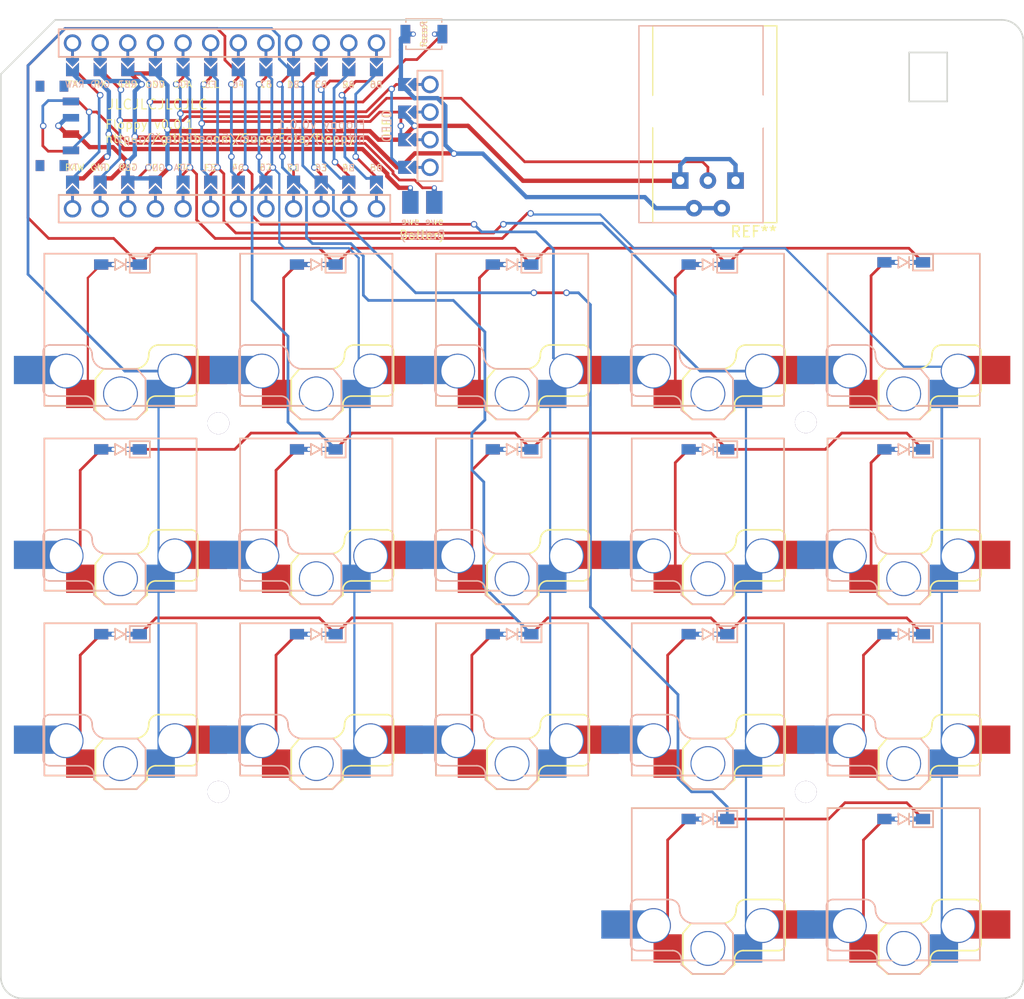
<source format=kicad_pcb>
(kicad_pcb (version 20221018) (generator pcbnew)
  (title_block (title "Floppy") (date "2024-10-25") (rev "0.0.1") (company "SuperFola") (comment 1 "https://github.com/SuperFola/floppy"))
  (layers (0 "F.Cu" signal) (31 "B.Cu" signal) (34 "B.Paste" user) (35 "F.Paste" user) (36 "B.SilkS" user "B.Silkscreen") (37 "F.SilkS" user "F.Silkscreen") (38 "B.Mask" user) (39 "F.Mask" user) (44 "Edge.Cuts" user))
  (net 0 "")
  (net 1 "raw")
  (net 2 "Net-(BT1-Pad2)")
  (net 3 "row0")
  (net 4 "GND")
  (net 5 "VCC")
  (net 6 "Net-(D2-A)")
  (net 7 "Net-(D3-A)")
  (net 8 "Net-(D4-A)")
  (net 9 "Net-(D5-A)")
  (net 10 "row1")
  (net 11 "Net-(D7-A)")
  (net 12 "data")
  (net 13 "reset")
  (net 14 "Net-(D8-A)")
  (net 15 "Net-(D9-A)")
  (net 16 "Net-(D10-A)")
  (net 17 "row2")
  (net 18 "Net-(D12-A)")
  (net 19 "Net-(D13-A)")
  (net 20 "Net-(D14-A)")
  (net 21 "Net-(D15-A)")
  (net 22 "Net-(D16-A)")
  (net 23 "row3")
  (net 24 "Net-(D17-A)")
  (net 25 "col2")
  (net 26 "edb")
  (net 27 "led")
  (net 28 "sda")
  (net 29 "sla")
  (net 30 "col0")
  (net 31 "col1")
  (net 32 "col3")
  (net 33 "col4")
  (net 34 "unconnected-(PSW1-C-Pad3)")
  (net 35 "unconnected-(U1-B6-Pad13)")
  (net 36 "unconnected-(U1-B2-Pad14)")
  (net 37 "unconnected-(U1-B3-Pad15)")
  (net 38 "Net-(D11-A)")
  (net 39 "Net-(D6-A)")
  (net 40 "Net-(D1-A)")
  (net 41 "row4")
  (footprint "arkenswoop:Kailh-pg1350-socket-reversible" (layer "F.Cu") (at 115.5 86.7)
    (fp_text reference "SW1" hide)
    (fp_text value "Choc" hide)
  )
  (footprint "floppy:D3_SMD" (layer "F.Cu") (at 133.5 80.7 180)
    (fp_text reference "D13" hide)
    (fp_text value " 1N4148W" hide)
  )
  (footprint "arkenswoop:Kailh-pg1350-socket-reversible" (layer "F.Cu") (at 187.5 103.7)
    (fp_text reference "SW1" hide)
    (fp_text value "Choc" hide)
  )
  (footprint "floppy:D3_SMD" (layer "F.Cu") (at 115.5 63.7 180)
    (fp_text reference "D13" hide)
    (fp_text value " 1N4148W" hide)
  )
  (footprint "floppy:M2_2mm_hole" (layer "F.Cu") (at 178.5 78.2)
    (fp_text reference "REF**" hide)
    (fp_text value "M2_2mm_hole" hide)
  )
  (footprint "arkenswoop:Kailh-pg1350-socket-reversible" (layer "F.Cu") (at 187.5 120.7)
    (fp_text reference "SW1" hide)
    (fp_text value "Choc" hide)
  )
  (footprint "floppy:D3_SMD" (layer "F.Cu") (at 169.5 97.7 180)
    (fp_text reference "D13" hide)
    (fp_text value " 1N4148W" hide)
  )
  (footprint "floppy:D3_SMD" (layer "F.Cu") (at 133.5 97.7 180)
    (fp_text reference "D13" hide)
    (fp_text value " 1N4148W" hide)
  )
  (footprint "arkenswoop:Power" (layer "F.Cu") (at 109.198177 50.951493 -90)
    (fp_text reference "PSW1" hide)
    (fp_text value "Power")
  )
  (footprint "floppy:D3_SMD" (layer "F.Cu") (at 133.5 63.7 180)
    (fp_text reference "D13" hide)
    (fp_text value " 1N4148W" hide)
  )
  (footprint "arkenswoop:Battery_pads_reversible" (layer "F.Cu") (at 143.249364 57.98432)
    (fp_text reference "BT1" hide)
    (fp_text value "Battery")
  )
  (footprint "floppy:D3_SMD" (layer "F.Cu") (at 151.5 97.7 180)
    (fp_text reference "D13" hide)
    (fp_text value " 1N4148W" hide)
  )
  (footprint "floppy:D3_SMD" (layer "F.Cu") (at 169.5 80.7 180)
    (fp_text reference "D13" hide)
    (fp_text value " 1N4148W" hide)
  )
  (footprint "arkenswoop:Kailh-pg1350-socket-reversible" (layer "F.Cu") (at 151.5 86.7)
    (fp_text reference "SW1" hide)
    (fp_text value "Choc" hide)
  )
  (footprint "floppy:M2_2mm_hole" (layer "F.Cu") (at 178.5 112.2)
    (fp_text reference "REF**" hide)
    (fp_text value "M2_2mm_hole" hide)
  )
  (footprint "arkenswoop:Kailh-pg1350-socket-reversible" (layer "F.Cu") (at 115.5 103.7)
    (fp_text reference "SW1" hide)
    (fp_text value "Choc" hide)
  )
  (footprint "arkenswoop:Kailh-pg1350-socket-reversible" (layer "F.Cu") (at 151.5 103.7)
    (fp_text reference "SW1" hide)
    (fp_text value "Choc" hide)
  )
  (footprint "floppy:M2_2mm_hole" (layer "F.Cu") (at 124.5 78.3)
    (fp_text reference "REF**" hide)
    (fp_text value "M2_2mm_hole" hide)
  )
  (footprint "arkenswoop:Kailh-pg1350-socket-reversible" (layer "F.Cu") (at 169.5 103.7)
    (fp_text reference "SW1" hide)
    (fp_text value "Choc" hide)
  )
  (footprint "floppy:M2_2mm_hole" (layer "F.Cu") (at 124.5 112.2)
    (fp_text reference "REF**" hide)
    (fp_text value "M2_2mm_hole" hide)
  )
  (footprint "arkenswoop:Kailh-pg1350-socket-reversible" (layer "F.Cu") (at 115.5 69.7)
    (fp_text reference "SW1" hide)
    (fp_text value "Choc" hide)
  )
  (footprint "arkenswoop:Kailh-pg1350-socket-reversible" (layer "F.Cu") (at 133.5 86.7)
    (fp_text reference "SW1" hide)
    (fp_text value "Choc" hide)
  )
  (footprint "floppy:D3_SMD" (layer "F.Cu") (at 115.5 80.7 180)
    (fp_text reference "D13" hide)
    (fp_text value " 1N4148W" hide)
  )
  (footprint "floppy:4P4C_narrow" (layer "F.Cu") (at 172.04 55.98 180)
    (fp_text reference "REF**")
    (fp_text value "4P4C_narrow")
  )
  (footprint "arkenswoop:OLED_jumpers" (layer "F.Cu") (at 143.950869 54.761313 90)
    (fp_text reference "O1" hide)
    (fp_text value "OLED")
  )
  (footprint "floppy:D3_SMD" (layer "F.Cu") (at 187.5 63.5 180)
    (fp_text reference "D13" hide)
    (fp_text value " 1N4148W" hide)
  )
  (footprint "arkenswoop:Kailh-pg1350-socket-reversible" (layer "F.Cu") (at 187.5 86.7)
    (fp_text reference "SW1" hide)
    (fp_text value "Choc" hide)
  )
  (footprint "floppy:D3_SMD" (layer "F.Cu") (at 169.5 63.7 180)
    (fp_text reference "D13" hide)
    (fp_text value " 1N4148W" hide)
  )
  (footprint "floppy:D3_SMD" (layer "F.Cu") (at 115.5 97.7 180)
    (fp_text reference "D13" hide)
    (fp_text value " 1N4148W" hide)
  )
  (footprint "arkenswoop:Kailh-pg1350-socket-reversible" (layer "F.Cu") (at 133.5 103.7)
    (fp_text reference "SW1" hide)
    (fp_text value "Choc" hide)
  )
  (footprint "floppy:D3_SMD" (layer "F.Cu") (at 187.5 114.7 180)
    (fp_text reference "D13" hide)
    (fp_text value " 1N4148W" hide)
  )
  (footprint "floppy:D3_SMD" (layer "F.Cu") (at 169.5 114.7 180)
    (fp_text reference "D13" hide)
    (fp_text value " 1N4148W" hide)
  )
  (footprint "arkenswoop:Kailh-pg1350-socket-reversible" (layer "F.Cu") (at 169.5 86.7)
    (fp_text reference "SW1" hide)
    (fp_text value "Choc" hide)
  )
  (footprint "floppy:D3_SMD" (layer "F.Cu") (at 151.5 80.7 180)
    (fp_text reference "D13" hide)
    (fp_text value " 1N4148W" hide)
  )
  (footprint "arkenswoop:Reset" (layer "F.Cu") (at 143.389597 42.510225 180)
    (fp_text reference "RSW1" hide)
    (fp_text value "Reset")
  )
  (footprint "arkenswoop:Kailh-pg1350-socket-reversible" (layer "F.Cu") (at 133.5 69.7)
    (fp_text reference "SW1" hide)
    (fp_text value "Choc" hide)
  )
  (footprint "arkenswoop:Kailh-pg1350-socket-reversible" (layer "F.Cu") (at 169.5 120.7)
    (fp_text reference "SW1" hide)
    (fp_text value "Choc" hide)
  )
  (footprint "arkenswoop:Kailh-pg1350-socket-reversible" (layer "F.Cu") (at 187.5 69.7)
    (fp_text reference "SW1" hide)
    (fp_text value "Choc" hide)
  )
  (footprint "floppy:D3_SMD" (layer "F.Cu") (at 151.5 63.7 180)
    (fp_text reference "D13" hide)
    (fp_text value " 1N4148W" hide)
  )
  (footprint "floppy:D3_SMD" (layer "F.Cu") (at 187.5 80.7 180)
    (fp_text reference "D13" hide)
    (fp_text value " 1N4148W" hide)
  )
  (footprint "arkenswoop:Kailh-pg1350-socket-reversible" (layer "F.Cu") (at 151.5 69.7)
    (fp_text reference "SW1" hide)
    (fp_text value "Choc" hide)
  )
  (footprint "floppy:D3_SMD" (layer "F.Cu") (at 187.5 97.7 180)
    (fp_text reference "D13" hide)
    (fp_text value " 1N4148W" hide)
  )
  (footprint "arkenswoop:Kailh-pg1350-socket-reversible" (layer "F.Cu") (at 169.5 69.7)
    (fp_text reference "SW1" hide)
    (fp_text value "Choc" hide)
  )
  (footprint "arkenswoop:ProMicro_jumpers" (layer "F.Cu") (at 125.06118 50.951492 90)
    (fp_text reference "U1" hide)
    (fp_text value "ProMicro")
  )
  (gr_arc (start 196.5 41.2) (mid 197.914214 41.785786) (end 198.5 43.2) (stroke (width 0.15)) (layer "Edge.Cuts"))
  (gr_line (start 104.5 129.2) (end 104.5 46.2) (stroke (width 0.15)) (layer "Edge.Cuts"))
  (gr_line (start 191.5 44.2) (end 191.5 48.7) (stroke (width 0.15)) (layer "Edge.Cuts"))
  (gr_line (start 191.5 44.2) (end 188 44.2) (stroke (width 0.15)) (layer "Edge.Cuts"))
  (gr_line (start 196.5 41.2) (end 109.5 41.2) (stroke (width 0.15)) (layer "Edge.Cuts"))
  (gr_line (start 109.5 41.2) (end 104.5 46.2) (stroke (width 0.15)) (layer "Edge.Cuts"))
  (gr_arc (start 198.5 129.2) (mid 197.914214 130.614214) (end 196.5 131.2) (stroke (width 0.15)) (layer "Edge.Cuts"))
  (gr_line (start 191.5 48.7) (end 188 48.7) (stroke (width 0.15)) (layer "Edge.Cuts"))
  (gr_line (start 198.5 129.2) (end 198.5 43.2) (stroke (width 0.15)) (layer "Edge.Cuts"))
  (gr_line (start 188 48.7) (end 188 44.2) (stroke (width 0.15)) (layer "Edge.Cuts"))
  (gr_line (start 196.5 131.2) (end 106.5 131.2) (stroke (width 0.15)) (layer "Edge.Cuts"))
  (gr_arc (start 106.5 131.2) (mid 105.085786 130.614214) (end 104.5 129.2) (stroke (width 0.15)) (layer "Edge.Cuts"))
  (gr_text "${TITLE} v${REVISION}\n${COMMENT1}" (at 138.096063 51.468328) (layer "B.SilkS") (effects (font (size 0.8 0.8) (thickness 0.1)) (justify left mirror)))
  (gr_text "JLCJLCJLCJLC" (at 114.2 49.5) (layer "F.SilkS") (effects (font (size 0.9 0.9) (thickness 0.1)) (justify left bottom)))
  (gr_text "${TITLE} v${REVISION}\n${COMMENT1}" (at 114.036061 51.468327) (layer "F.SilkS") (effects (font (size 0.8 0.8) (thickness 0.1)) (justify left)))
  (segment (start 140.030703 55.568664) (end 141.104758 56.642721) (width 0.4) (layer "F.Cu") (net 1))
  (segment (start 140.030698 55.362009) (end 140.030703 55.568664) (width 0.4) (layer "F.Cu") (net 1))
  (segment (start 114.432343 51.69081) (end 115.819514 53.077978) (width 0.4) (layer "F.Cu") (net 1))
  (segment (start 141.104758 56.642721) (end 142.148965 56.642719) (width 0.4) (layer "F.Cu") (net 1))
  (segment (start 137.746672 53.077979) (end 140.030698 55.362009) (width 0.4) (layer "F.Cu") (net 1))
  (segment (start 114.432349 51.69081) (end 114.430702 51.69081) (width 0.4) (layer "F.Cu") (net 1))
  (segment (start 114.430702 51.69081) (end 114.432343 51.69081) (width 0.4) (layer "F.Cu") (net 1))
  (segment (start 114.086618 53.777491) (end 112.086626 55.777483) (width 0.4) (layer "F.Cu") (net 1))
  (segment (start 112.086626 55.777483) (end 111.09118 55.777483) (width 0.4) (layer "F.Cu") (net 1))
  (segment (start 115.819514 53.077978) (end 137.746672 53.077979) (width 0.4) (layer "F.Cu") (net 1))
  (segment (start 114.266182 53.777491) (end 114.086618 53.777491) (width 0.4) (layer "F.Cu") (net 1))
  (via (at 114.266182 53.777491) (size 0.6) (drill 0.4) (layers "F.Cu" "B.Cu") (net 1))
  (via (at 114.430702 51.69081) (size 0.6) (drill 0.4) (layers "F.Cu" "B.Cu") (net 1))
  (segment (start 111.857281 46.891587) (end 111.091178 46.125482) (width 0.4) (layer "B.Cu") (net 1))
  (segment (start 114.430702 51.69081) (end 114.430703 53.612973) (width 0.4) (layer "B.Cu") (net 1))
  (segment (start 114.430694 47.789252) (end 113.533022 46.891593) (width 0.4) (layer "B.Cu") (net 1))
  (segment (start 114.430703 53.612973) (end 114.266182 53.777491) (width 0.4) (layer "B.Cu") (net 1))
  (segment (start 114.430694 47.789252) (end 114.430702 51.69081) (width 0.4) (layer "B.Cu") (net 1))
  (segment (start 113.533022 46.891593) (end 111.857281 46.891587) (width 0.4) (layer "B.Cu") (net 1))
  (segment (start 112.621035 49.671321) (end 113.30721 49.671321) (width 0.25) (layer "F.Cu") (net 2))
  (segment (start 137.963933 52.553459) (end 140.555219 55.144741) (width 0.25) (layer "F.Cu") (net 2))
  (segment (start 142.544301 55.930234) (end 143.256787 56.642719) (width 0.25) (layer "F.Cu") (net 2))
  (segment (start 140.555219 55.144741) (end 140.555218 55.348609) (width 0.25) (layer "F.Cu") (net 2))
  (segment (start 140.555227 55.348609) (end 140.555227 55.351403) (width 0.25) (layer "F.Cu") (net 2))
  (segment (start 141.134058 55.930234) (end 142.544301 55.930234) (width 0.25) (layer "F.Cu") (net 2))
  (segment (start 113.30721 49.671321) (end 116.18935 52.55346) (width 0.25) (layer "F.Cu") (net 2))
  (segment (start 110.947989 48.693007) (end 111.642715 48.693005) (width 0.25) (layer "F.Cu") (net 2))
  (segment (start 111.642715 48.693005) (end 112.621035 49.671321) (width 0.25) (layer "F.Cu") (net 2))
  (segment (start 116.18935 52.55346) (end 137.963933 52.553459) (width 0.25) (layer "F.Cu") (net 2))
  (segment (start 143.256787 56.642719) (end 144.349364 56.642721) (width 0.25) (layer "F.Cu") (net 2))
  (segment (start 140.555218 55.348609) (end 140.555227 55.348609) (width 0.25) (layer "F.Cu") (net 2))
  (segment (start 140.555227 55.351403) (end 141.134058 55.930234) (width 0.25) (layer "F.Cu") (net 2))
  (via (at 112.621035 49.671321) (size 0.6) (drill 0.4) (layers "F.Cu" "B.Cu") (net 2))
  (segment (start 112.621024 51.519974) (end 112.621035 49.671321) (width 0.25) (layer "B.Cu") (net 2))
  (segment (start 110.947989 53.193012) (end 112.621024 51.519974) (width 0.25) (layer "B.Cu") (net 2))
  (segment (start 151.775 62.2) (end 153.275 63.7) (width 0.25) (layer "F.Cu") (net 3))
  (segment (start 117.275 63.7) (end 118.775 62.2) (width 0.25) (layer "F.Cu") (net 3))
  (segment (start 126.331187 46.125485) (end 126.331185 46.490485) (width 0.25) (layer "F.Cu") (net 3))
  (segment (start 169.775 62.2) (end 171.275 63.7) (width 0.25) (layer "F.Cu") (net 3))
  (segment (start 108.9 61.3) (end 107 59.4) (width 0.25) (layer "F.Cu") (net 3))
  (segment (start 133.775 62.2) (end 135.275 63.7) (width 0.25) (layer "F.Cu") (net 3))
  (segment (start 153.275 63.7) (end 154.775 62.2) (width 0.25) (layer "F.Cu") (net 3))
  (segment (start 125.1 44.894312) (end 126.33118 46.125492) (width 0.25) (layer "F.Cu") (net 3))
  (segment (start 107 59.4) (end 107 45.4) (width 0.25) (layer "F.Cu") (net 3))
  (segment (start 114.875 61.3) (end 108.9 61.3) (width 0.25) (layer "F.Cu") (net 3))
  (segment (start 118.775 62.2) (end 133.775 62.2) (width 0.25) (layer "F.Cu") (net 3))
  (segment (start 154.775 62.2) (end 169.775 62.2) (width 0.25) (layer "F.Cu") (net 3))
  (segment (start 135.275 63.7) (end 136.775 62.2) (width 0.25) (layer "F.Cu") (net 3))
  (segment (start 187.975 62.2) (end 189.275 63.5) (width 0.25) (layer "F.Cu") (net 3))
  (segment (start 126.331185 46.490485) (end 125.696178 47.125486) (width 0.25) (layer "F.Cu") (net 3))
  (segment (start 171.275 63.7) (end 172.775 62.2) (width 0.25) (layer "F.Cu") (net 3))
  (segment (start 136.775 62.2) (end 151.775 62.2) (width 0.25) (layer "F.Cu") (net 3))
  (segment (start 107 45.4) (end 110.4 42) (width 0.25) (layer "F.Cu") (net 3))
  (segment (start 172.775 62.2) (end 187.975 62.2) (width 0.25) (layer "F.Cu") (net 3))
  (segment (start 110.4 42) (end 124.4 42) (width 0.25) (layer "F.Cu") (net 3))
  (segment (start 124.4 42) (end 125.1 42.7) (width 0.25) (layer "F.Cu") (net 3))
  (segment (start 125.1 42.7) (end 125.1 44.894312) (width 0.25) (layer "F.Cu") (net 3))
  (segment (start 117.275 63.7) (end 114.875 61.3) (width 0.25) (layer "F.Cu") (net 3))
  (via (at 125.696178 47.125486) (size 0.6) (drill 0.4) (layers "F.Cu" "B.Cu") (net 3))
  (via (at 125.696181 53.777479) (size 0.6) (drill 0.4) (layers "F.Cu" "B.Cu") (net 3))
  (segment (start 125.696182 55.142492) (end 126.331185 55.777488) (width 0.25) (layer "B.Cu") (net 3))
  (segment (start 125.696178 47.125486) (end 125.696182 55.142492) (width 0.25) (layer "B.Cu") (net 3))
  (segment (start 114.671182 55.777486) (end 116.171181 54.277486) (width 0.4) (layer "F.Cu") (net 4))
  (segment (start 146.154393 53.49853) (end 146.132944 53.477081) (width 0.4) (layer "F.Cu") (net 4))
  (segment (start 146.132944 53.477081) (end 142.561107 53.477081) (width 0.4) (layer "F.Cu") (net 4))
  (segment (start 110.947989 51.693001) (end 110.547999 51.693007) (width 0.4) (layer "F.Cu") (net 4))
  (segment (start 113.631189 55.777481) (end 114.671182 55.777486) (width 0.4) (layer "F.Cu") (net 4))
  (segment (start 114.800011 52.906331) (end 116.171181 54.277486) (width 0.4) (layer "F.Cu") (net 4))
  (segment (start 116.441181 46.12548) (end 117.441191 47.125488) (width 0.4) (layer "F.Cu") (net 4))
  (segment (start 110.547999 51.693007) (end 109.797998 50.942999) (width 0.4) (layer "F.Cu") (net 4))
  (segment (start 110.947993 51.693015) (end 111.452713 51.693002) (width 0.4) (layer "F.Cu") (net 4))
  (segment (start 142.561107 53.477081) (end 141.27687 54.761319) (width 0.4) (layer "F.Cu") (net 4))
  (segment (start 116.171178 46.125483) (end 116.441181 46.12548) (width 0.4) (layer "F.Cu") (net 4))
  (segment (start 111.452713 51.693002) (end 112.666024 52.906321) (width 0.4) (layer "F.Cu") (net 4))
  (segment (start 112.666024 52.906321) (end 114.800011 52.906331) (width 0.4) (layer "F.Cu") (net 4))
  (segment (start 116.91642 52.028936) (end 116.816443 51.928961) (width 0.4) (layer "F.Cu") (net 4))
  (segment (start 141.27687 54.761314) (end 140.913582 54.761321) (width 0.4) (layer "F.Cu") (net 4))
  (segment (start 138.181198 52.028937) (end 116.91642 52.028936) (width 0.4) (layer "F.Cu") (net 4))
  (segment (start 116.171178 46.125483) (end 118.711178 46.12549) (width 0.4) (layer "F.Cu") (net 4))
  (segment (start 140.913582 54.761321) (end 138.181198 52.028937) (width 0.4) (layer "F.Cu") (net 4))
  (via (at 116.816443 51.928961) (size 0.6) (drill 0.4) (layers "F.Cu" "B.Cu") (net 4))
  (via (at 116.171181 54.277486) (size 0.6) (drill 0.4) (layers "F.Cu" "B.Cu") (net 4))
  (via (at 117.441191 47.125488) (size 0.6) (drill 0.4) (layers "F.Cu" "B.Cu") (net 4))
  (via (at 109.797998 50.942999) (size 0.6) (drill 0.4) (layers "F.Cu" "B.Cu") (net 4))
  (via (at 146.154393 53.49853) (size 0.6) (drill 0.4) (layers "F.Cu" "B.Cu") (net 4))
  (segment (start 141.276867 43.935628) (end 141.276867 42.922958) (width 0.4) (layer "B.Cu") (net 4))
  (segment (start 163.7 57.5) (end 164.72 58.52) (width 0.4) (layer "B.Cu") (net 4))
  (segment (start 116.81644 47.750228) (end 117.441191 47.125488) (width 0.4) (layer "B.Cu") (net 4))
  (segment (start 114.331668 46.825978) (end 117.141674 46.825969) (width 0.4) (layer "B.Cu") (net 4))
  (segment (start 148.804393 53.49853) (end 152.805863 57.5) (width 0.4) (layer "B.Cu") (net 4))
  (segment (start 110.948002 50.192997) (end 110.547992 50.193004) (width 0.4) (layer "B.Cu") (net 4))
  (segment (start 145.362114 49.116216) (end 144.644973 48.399075) (width 0.4) (layer "B.Cu") (net 4))
  (segment (start 164.72 58.52) (end 168.23 58.52) (width 0.4) (layer "B.Cu") (net 4))
  (segment (start 141.276867 42.922958) (end 141.689597 42.510228) (width 0.4) (layer "B.Cu") (net 4))
  (segment (start 142.53463 48.399081) (end 141.276867 47.141321) (width 0.4) (layer "B.Cu") (net 4))
  (segment (start 146.154393 53.49853) (end 148.804393 53.49853) (width 0.4) (layer "B.Cu") (net 4))
  (segment (start 113.631186 46.125488) (end 114.331668 46.825978) (width 0.4) (layer "B.Cu") (net 4))
  (segment (start 152.805863 57.5) (end 163.7 57.5) (width 0.4) (layer "B.Cu") (net 4))
  (segment (start 116.816442 53.632229) (end 116.81644 47.750228) (width 0.4) (layer "B.Cu") (net 4))
  (segment (start 116.171181 54.277486) (end 116.171182 55.777478) (width 0.4) (layer "B.Cu") (net 4))
  (segment (start 116.171181 54.277486) (end 116.816442 53.632229) (width 0.4) (layer "B.Cu") (net 4))
  (segment (start 117.141674 46.825969) (end 117.441191 47.125488) (width 0.4) (layer "B.Cu") (net 4))
  (segment (start 110.547992 50.193004) (end 109.797998 50.942999) (width 0.4) (layer "B.Cu") (net 4))
  (segment (start 145.362114 52.706251) (end 145.362114 49.116216) (width 0.4) (layer "B.Cu") (net 4))
  (segment (start 141.276867 47.141321) (end 141.276867 43.935628) (width 0.4) (layer "B.Cu") (net 4))
  (segment (start 116.171182 55.777478) (end 118.711193 55.777478) (width 0.4) (layer "B.Cu") (net 4))
  (segment (start 144.644973 48.399075) (end 142.53463 48.399081) (width 0.4) (layer "B.Cu") (net 4))
  (segment (start 168.23 58.52) (end 170.77 58.52) (width 0.4) (layer "B.Cu") (net 4))
  (segment (start 146.154393 53.49853) (end 145.362114 52.706251) (width 0.4) (layer "B.Cu") (net 4))
  (segment (start 139.221432 52.221317) (end 138.429532 51.429419) (width 0.4) (layer "F.Cu") (net 5))
  (segment (start 138.429532 51.429419) (end 119.97531 51.429417) (width 0.4) (layer "F.Cu") (net 5))
  (segment (start 142.54263 50.947078) (end 147.452941 50.947078) (width 0.4) (layer "F.Cu") (net 5))
  (segment (start 141.276871 52.221319) (end 139.221432 52.221317) (width 0.4) (layer "F.Cu") (net 5))
  (segment (start 119.97531 51.429417) (end 119.816668 51.270779) (width 0.4) (layer "F.Cu") (net 5))
  (segment (start 166.94 56) (end 166.96 55.98) (width 0.4) (layer "F.Cu") (net 5))
  (segment (start 118.981183 55.777486) (end 119.981184 54.777485) (width 0.4) (layer "F.Cu") (net 5))
  (segment (start 152.505863 56) (end 166.94 56) (width 0.4) (layer "F.Cu") (net 5))
  (segment (start 141.276867 52.21284) (end 142.54263 50.947078) (width 0.4) (layer "F.Cu") (net 5))
  (segment (start 118.711193 55.777478) (end 118.981183 55.777486) (width 0.4) (layer "F.Cu") (net 5))
  (segment (start 147.452941 50.947078) (end 152.505863 56) (width 0.4) (layer "F.Cu") (net 5))
  (via (at 142.54263 50.947078) (size 0.6) (drill 0.4) (layers "F.Cu" "B.Cu") (net 5))
  (via (at 119.981184 54.777485) (size 0.6) (drill 0.4) (layers "F.Cu" "B.Cu") (net 5))
  (via (at 119.816668 51.270779) (size 0.6) (drill 0.4) (layers "F.Cu" "B.Cu") (net 5))
  (segment (start 119.816668 51.270779) (end 119.816667 54.612967) (width 0.4) (layer "B.Cu") (net 5))
  (segment (start 119.816667 54.612967) (end 119.981184 54.777485) (width 0.4) (layer "B.Cu") (net 5))
  (segment (start 119.816669 47.230985) (end 119.816668 51.270779) (width 0.4) (layer "B.Cu") (net 5))
  (segment (start 166.96 55.98) (end 166.96 54.54) (width 0.4) (layer "B.Cu") (net 5))
  (segment (start 172.04 54.54) (end 172.04 55.98) (width 0.4) (layer "B.Cu") (net 5))
  (segment (start 171.5 54) (end 172.04 54.54) (width 0.4) (layer "B.Cu") (net 5))
  (segment (start 166.96 54.54) (end 167.5 54) (width 0.4) (layer "B.Cu") (net 5))
  (segment (start 118.711178 46.12549) (end 119.816669 47.230985) (width 0.4) (layer "B.Cu") (net 5))
  (segment (start 142.54263 50.947078) (end 141.276871 49.681319) (width 0.4) (layer "B.Cu") (net 5))
  (segment (start 167.5 54) (end 171.5 54) (width 0.4) (layer "B.Cu") (net 5))
  (segment (start 131.725 63.7) (end 130.5 64.925) (width 0.25) (layer "F.Cu") (net 6))
  (segment (start 130.5 74.9) (end 129.8 75.6) (width 0.25) (layer "F.Cu") (net 6))
  (segment (start 130.5 64.925) (end 130.5 74.9) (width 0.25) (layer "F.Cu") (net 6))
  (segment (start 148.5 74.9) (end 147.8 75.6) (width 0.25) (layer "F.Cu") (net 7))
  (segment (start 148.5 64.925) (end 148.5 74.9) (width 0.25) (layer "F.Cu") (net 7))
  (segment (start 149.725 63.7) (end 148.5 64.925) (width 0.25) (layer "F.Cu") (net 7))
  (segment (start 166.5 64.925) (end 166.5 74.9) (width 0.25) (layer "F.Cu") (net 8))
  (segment (start 166.5 74.9) (end 165.8 75.6) (width 0.25) (layer "F.Cu") (net 8))
  (segment (start 167.725 63.7) (end 166.5 64.925) (width 0.25) (layer "F.Cu") (net 8))
  (segment (start 184.5 64.725) (end 184.5 74.9) (width 0.25) (layer "F.Cu") (net 9))
  (segment (start 184.5 74.9) (end 183.8 75.6) (width 0.25) (layer "F.Cu") (net 9))
  (segment (start 185.725 63.5) (end 184.5 64.725) (width 0.25) (layer "F.Cu") (net 9))
  (segment (start 171.275 80.7) (end 169.775 79.2) (width 0.25) (layer "F.Cu") (net 10))
  (segment (start 133.775 79.2) (end 127.5 79.2) (width 0.25) (layer "F.Cu") (net 10))
  (segment (start 151.775 79.2) (end 136.775 79.2) (width 0.25) (layer "F.Cu") (net 10))
  (segment (start 136.775 79.2) (end 135.275 80.7) (width 0.25) (layer "F.Cu") (net 10))
  (segment (start 154.775 79.2) (end 153.275 80.7) (width 0.25) (layer "F.Cu") (net 10))
  (segment (start 187.775 79.2) (end 181.8 79.2) (width 0.25) (layer "F.Cu") (net 10))
  (segment (start 153.275 80.7) (end 151.775 79.2) (width 0.25) (layer "F.Cu") (net 10))
  (segment (start 135.275 80.7) (end 133.775 79.2) (width 0.25) (layer "F.Cu") (net 10))
  (segment (start 189.275 80.7) (end 187.775 79.2) (width 0.25) (layer "F.Cu") (net 10))
  (segment (start 127.5 79.2) (end 126 80.7) (width 0.25) (layer "F.Cu") (net 10))
  (segment (start 181.8 79.2) (end 180.3 80.7) (width 0.25) (layer "F.Cu") (net 10))
  (segment (start 169.775 79.2) (end 154.775 79.2) (width 0.25) (layer "F.Cu") (net 10))
  (segment (start 128.871185 46.490481) (end 128.236185 47.125484) (width 0.25) (layer "F.Cu") (net 10))
  (segment (start 126 80.7) (end 117.275 80.7) (width 0.25) (layer "F.Cu") (net 10))
  (segment (start 128.87118 46.125492) (end 128.871185 46.490481) (width 0.25) (layer "F.Cu") (net 10))
  (segment (start 180.3 80.7) (end 171.275 80.7) (width 0.25) (layer "F.Cu") (net 10))
  (via (at 128.236187 53.77748) (size 0.6) (drill 0.4) (layers "F.Cu" "B.Cu") (net 10))
  (via (at 128.236185 47.125484) (size 0.6) (drill 0.4) (layers "F.Cu" "B.Cu") (net 10))
  (segment (start 135.275 80.675) (end 135.275 80.7) (width 0.25) (layer "B.Cu") (net 10))
  (segment (start 128.236185 47.125484) (end 128.236186 55.142483) (width 0.25) (layer "B.Cu") (net 10))
  (segment (start 127.6 67) (end 130.9 70.3) (width 0.25) (layer "B.Cu") (net 10))
  (segment (start 131.9 79.2) (end 133.8 79.2) (width 0.25) (layer "B.Cu") (net 10))
  (segment (start 130.9 70.3) (end 130.9 78.2) (width 0.25) (layer "B.Cu") (net 10))
  (segment (start 128.87118 55.777492) (end 127.6 57.048672) (width 0.25) (layer "B.Cu") (net 10))
  (segment (start 127.6 57.048672) (end 127.6 67) (width 0.25) (layer "B.Cu") (net 10))
  (segment (start 128.236186 55.142483) (end 128.871181 55.777491) (width 0.25) (layer "B.Cu") (net 10))
  (segment (start 130.9 78.2) (end 131.9 79.2) (width 0.25) (layer "B.Cu") (net 10))
  (segment (start 133.8 79.2) (end 135.275 80.675) (width 0.25) (layer "B.Cu") (net 10))
  (segment (start 129.8 82.625) (end 129.8 92.6) (width 0.25) (layer "F.Cu") (net 11))
  (segment (start 131.725 80.7) (end 129.8 82.625) (width 0.25) (layer "F.Cu") (net 11))
  (segment (start 115.536183 47.625483) (end 114.036181 46.125482) (width 0.25) (layer "F.Cu") (net 12))
  (segment (start 146.812939 48.407076) (end 152.655863 54.25) (width 0.25) (layer "F.Cu") (net 12))
  (segment (start 114.036181 46.125482) (end 113.631186 46.125488) (width 0.25) (layer "F.Cu") (net 12))
  (segment (start 121.259865 50.44853) (end 121.609841 50.09856) (width 0.25) (layer "F.Cu") (net 12))
  (segment (start 115.448921 50.44853) (end 121.259865 50.44853) (width 0.25) (layer "F.Cu") (net 12))
  (segment (start 139.965684 48.407076) (end 146.812939 48.407076) (width 0.25) (layer "F.Cu") (net 12))
  (segment (start 152.655863 54.25) (end 169 54.25) (width 0.25) (layer "F.Cu") (net 12))
  (segment (start 121.609841 50.09856) (end 138.274204 50.098561) (width 0.25) (layer "F.Cu") (net 12))
  (segment (start 138.274204 50.098561) (end 139.965684 48.407076) (width 0.25) (layer "F.Cu") (net 12))
  (segment (start 115.446672 50.450782) (end 115.448921 50.44853) (width 0.25) (layer "F.Cu") (net 12))
  (segment (start 169 54.25) (end 169.5 54.75) (width 0.25) (layer "F.Cu") (net 12))
  (segment (start 169.5 54.75) (end 169.5 55.98) (width 0.25) (layer "F.Cu") (net 12))
  (via (at 115.536183 47.625483) (size 0.6) (drill 0.4) (layers "F.Cu" "B.Cu") (net 12))
  (via (at 115.446672 50.450782) (size 0.6) (drill 0.4) (layers "F.Cu" "B.Cu") (net 12))
  (segment (start 115.536183 47.625483) (end 115.446672 47.714998) (width 0.25) (layer "B.Cu") (net 12))
  (segment (start 115.446672 50.450782) (end 115.446677 53.961993) (width 0.25) (layer "B.Cu") (net 12))
  (segment (start 115.446672 47.714998) (end 115.446672 50.450782) (width 0.25) (layer "B.Cu") (net 12))
  (segment (start 115.446677 53.961993) (end 113.631189 55.777481) (width 0.25) (layer "B.Cu") (net 12))
  (segment (start 116.171182 55.777478) (end 117.07619 55.77749) (width 0.25) (layer "F.Cu") (net 13))
  (segment (start 137.794109 48.75) (end 118.20589 48.75) (width 0.25) (layer "F.Cu") (net 13))
  (segment (start 141.695026 44.849083) (end 137.794109 48.75) (width 0.25) (layer "F.Cu") (net 13))
  (segment (start 118.20589 48.75) (end 118.202967 48.747081) (width 0.25) (layer "F.Cu") (net 13))
  (segment (start 117.07619 55.77749) (end 118.076176 54.777487) (width 0.25) (layer "F.Cu") (net 13))
  (segment (start 142.750744 44.849083) (end 141.695026 44.849083) (width 0.25) (layer "F.Cu") (net 13))
  (segment (start 145.089601 42.510226) (end 142.750744 44.849083) (width 0.25) (layer "F.Cu") (net 13))
  (via (at 118.076176 54.777487) (size 0.6) (drill 0.4) (layers "F.Cu" "B.Cu") (net 13))
  (via (at 118.202967 48.747081) (size 0.6) (drill 0.4) (layers "F.Cu" "B.Cu") (net 13))
  (segment (start 118.202967 47.00099) (end 117.327467 46.12549) (width 0.25) (layer "B.Cu") (net 13))
  (segment (start 118.202967 48.747081) (end 118.202967 47.00099) (width 0.25) (layer "B.Cu") (net 13))
  (segment (start 117.327467 46.12549) (end 116.171178 46.12549) (width 0.25) (layer "B.Cu") (net 13))
  (segment (start 118.202967 48.747081) (end 118.202969 54.647078) (width 0.25) (layer "B.Cu") (net 13))
  (segment (start 118.076176 54.777487) (end 118.165692 54.687975) (width 0.25) (layer "B.Cu") (net 13))
  (segment (start 147.8 82.625) (end 147.8 92.6) (width 0.25) (layer "F.Cu") (net 14))
  (segment (start 149.725 80.7) (end 147.8 82.625) (width 0.25) (layer "F.Cu") (net 14))
  (segment (start 166.5 91.9) (end 165.8 92.6) (width 0.25) (layer "F.Cu") (net 15))
  (segment (start 167.725 80.7) (end 166.5 81.925) (width 0.25) (layer "F.Cu") (net 15))
  (segment (start 166.5 81.925) (end 166.5 91.9) (width 0.25) (layer "F.Cu") (net 15))
  (segment (start 184.5 91.9) (end 183.8 92.6) (width 0.25) (layer "F.Cu") (net 16))
  (segment (start 185.725 80.7) (end 184.5 81.925) (width 0.25) (layer "F.Cu") (net 16))
  (segment (start 184.5 81.925) (end 184.5 91.9) (width 0.25) (layer "F.Cu") (net 16))
  (segment (start 187.775 96.2) (end 189.275 97.7) (width 0.25) (layer "F.Cu") (net 17))
  (segment (start 154.775 96.2) (end 169.775 96.2) (width 0.25) (layer "F.Cu") (net 17))
  (segment (start 135.275 97.7) (end 136.775 96.2) (width 0.25) (layer "F.Cu") (net 17))
  (segment (start 133.775 96.2) (end 135.275 97.7) (width 0.25) (layer "F.Cu") (net 17))
  (segment (start 169.775 96.2) (end 171.275 97.7) (width 0.25) (layer "F.Cu") (net 17))
  (segment (start 117.275 97.7) (end 118.775 96.2) (width 0.25) (layer "F.Cu") (net 17))
  (segment (start 172.775 96.2) (end 187.775 96.2) (width 0.25) (layer "F.Cu") (net 17))
  (segment (start 153.275 97.7) (end 154.775 96.2) (width 0.25) (layer "F.Cu") (net 17))
  (segment (start 171.275 97.7) (end 172.775 96.2) (width 0.25) (layer "F.Cu") (net 17))
  (segment (start 131.141185 46.125487) (end 130.141187 47.125489) (width 0.25) (layer "F.Cu") (net 17))
  (segment (start 151.775 96.2) (end 153.275 97.7) (width 0.25) (layer "F.Cu") (net 17))
  (segment (start 131.41118 46.125485) (end 131.141185 46.125487) (width 0.25) (layer "F.Cu") (net 17))
  (segment (start 136.775 96.2) (end 151.775 96.2) (width 0.25) (layer "F.Cu") (net 17))
  (segment (start 118.775 96.2) (end 133.775 96.2) (width 0.25) (layer "F.Cu") (net 17))
  (via (at 130.141187 47.125489) (size 0.6) (drill 0.4) (layers "F.Cu" "B.Cu") (net 17))
  (via (at 130.385365 53.777479) (size 0.6) (drill 0.4) (layers "F.Cu" "B.Cu") (net 17))
  (segment (start 146.1 67) (end 138.3 67) (width 0.25) (layer "B.Cu") (net 17))
  (segment (start 132.6 56.966312) (end 131.41118 55.777492) (width 0.25) (layer "B.Cu") (net 17))
  (segment (start 137.825 62.92396) (end 136.67604 61.775) (width 0.25) (layer "B.Cu") (net 17))
  (segment (start 138.3 67) (end 137.825 66.525) (width 0.25) (layer "B.Cu") (net 17))
  (segment (start 147.8 79.2) (end 149 78) (width 0.25) (layer "B.Cu") (net 17))
  (segment (start 148.9 83.7) (end 147.8 82.6) (width 0.25) (layer "B.Cu") (net 17))
  (segment (start 131.386574 55.777484) (end 130.385365 54.776282) (width 0.25) (layer "B.Cu") (net 17))
  (segment (start 149 78) (end 149 69.9) (width 0.25) (layer "B.Cu") (net 17))
  (segment (start 147.8 82.6) (end 147.8 79.2) (width 0.25) (layer "B.Cu") (net 17))
  (segment (start 136.67604 61.775) (end 133.160286 61.775) (width 0.25) (layer "B.Cu") (net 17))
  (segment (start 131.41118 55.777478) (end 131.386574 55.777484) (width 0.25) (layer "B.Cu") (net 17))
  (segment (start 132.6 61.214714) (end 132.6 56.966312) (width 0.25) (layer "B.Cu") (net 17))
  (segment (start 153.275 97.7) (end 148.9 93.325) (width 0.25) (layer "B.Cu") (net 17))
  (segment (start 133.160286 61.775) (end 132.6 61.214714) (width 0.25) (layer "B.Cu") (net 17))
  (segment (start 149 69.9) (end 146.1 67) (width 0.25) (layer "B.Cu") (net 17))
  (segment (start 137.825 66.525) (end 137.825 62.92396) (width 0.25) (layer "B.Cu") (net 17))
  (segment (start 148.9 93.325) (end 148.9 83.7) (width 0.25) (layer "B.Cu") (net 17))
  (segment (start 130.385365 54.776282) (end 130.385372 47.369671) (width 0.25) (layer "B.Cu") (net 17))
  (segment (start 130.385372 47.369671) (end 130.141187 47.125489) (width 0.25) (layer "B.Cu") (net 17))
  (segment (start 131.725 97.7) (end 129.8 99.625) (width 0.25) (layer "F.Cu") (net 18))
  (segment (start 129.8 99.625) (end 129.8 109.6) (width 0.25) (layer "F.Cu") (net 18))
  (segment (start 147.8 99.625) (end 149.725 97.7) (width 0.25) (layer "F.Cu") (net 19))
  (segment (start 147.8 109.6) (end 147.8 99.625) (width 0.25) (layer "F.Cu") (net 19))
  (segment (start 165.8 99.625) (end 165.8 109.6) (width 0.25) (layer "F.Cu") (net 20))
  (segment (start 167.725 97.7) (end 165.8 99.625) (width 0.25) (layer "F.Cu") (net 20))
  (segment (start 185.725 97.7) (end 183.8 99.625) (width 0.25) (layer "F.Cu") (net 21))
  (segment (start 183.8 99.625) (end 183.8 109.6) (width 0.25) (layer "F.Cu") (net 21))
  (segment (start 165.8 116.625) (end 165.8 126.6) (width 0.25) (layer "F.Cu") (net 22))
  (segment (start 167.725 114.7) (end 165.8 116.625) (width 0.25) (layer "F.Cu") (net 22))
  (segment (start 187.775 113.2) (end 189.275 114.7) (width 0.25) (layer "F.Cu") (net 23))
  (segment (start 182.1 113.2) (end 187.775 113.2) (width 0.25) (layer "F.Cu") (net 23))
  (segment (start 133.046187 46.12548) (end 132.046189 47.125484) (width 0.25) (layer "F.Cu") (net 23))
  (segment (start 171.275 114.7) (end 180.6 114.7) (width 0.25) (layer "F.Cu") (net 23))
  (segment (start 133.951186 46.125488) (end 133.046187 46.12548) (width 0.25) (layer "F.Cu") (net 23))
  (segment (start 153.5 66.3) (end 156.5 66.3) (width 0.25) (layer "F.Cu") (net 23))
  (segment (start 180.6 114.7) (end 182.1 113.2) (width 0.25) (layer "F.Cu") (net 23))
  (via (at 153.5 66.3) (size 0.6) (drill 0.4) (layers "F.Cu" "B.Cu") (net 23))
  (via (at 132.046189 47.125484) (size 0.6) (drill 0.4) (layers "F.Cu" "B.Cu") (net 23))
  (via (at 156.5 66.3) (size 0.6) (drill 0.4) (layers "F.Cu" "B.Cu") (net 23))
  (segment (start 158.7 67.4) (end 157.6 66.3) (width 0.25) (layer "B.Cu") (net 23))
  (segment (start 133.95118 55.777494) (end 133.432994 55.777492) (width 0.25) (layer "B.Cu") (net 23))
  (segment (start 156.5 66.3) (end 156.4 66.3) (width 0.25) (layer "B.Cu") (net 23))
  (segment (start 132.255373 47.334671) (end 132.046189 47.125484) (width 0.25) (layer "B.Cu") (net 23))
  (segment (start 168 112.2) (end 166.75 110.95) (width 0.25) (layer "B.Cu") (net 23))
  (segment (start 142.628697 66.3) (end 153.5 66.3) (width 0.25) (layer "B.Cu") (net 23))
  (segment (start 135.07618 56.902492) (end 135.07618 58.747483) (width 0.25) (layer "B.Cu") (net 23))
  (segment (start 132.255376 54.599875) (end 132.255373 47.334671) (width 0.25) (layer "B.Cu") (net 23))
  (segment (start 171.275 113.575) (end 169.9 112.2) (width 0.25) (layer "B.Cu") (net 23))
  (segment (start 158.7 95.2) (end 158.7 67.4) (width 0.25) (layer "B.Cu") (net 23))
  (segment (start 133.432994 55.777492) (end 132.255376 54.599875) (width 0.25) (layer "B.Cu") (net 23))
  (segment (start 157.6 66.3) (end 156.5 66.3) (width 0.25) (layer "B.Cu") (net 23))
  (segment (start 166.75 103.25) (end 158.7 95.2) (width 0.25) (layer "B.Cu") (net 23))
  (segment (start 169.9 112.2) (end 168 112.2) (width 0.25) (layer "B.Cu") (net 23))
  (segment (start 166.75 110.95) (end 166.75 103.25) (width 0.25) (layer "B.Cu") (net 23))
  (segment (start 171.275 114.7) (end 171.275 113.575) (width 0.25) (layer "B.Cu") (net 23))
  (segment (start 133.95118 55.777492) (end 135.07618 56.902492) (width 0.25) (layer "B.Cu") (net 23))
  (segment (start 135.07618 58.747483) (end 142.628697 66.3) (width 0.25) (layer "B.Cu") (net 23))
  (segment (start 183.8 116.625) (end 183.8 126.6) (width 0.25) (layer "F.Cu") (net 24))
  (segment (start 185.725 114.7) (end 183.8 116.625) (width 0.25) (layer "F.Cu") (net 24))
  (segment (start 128.4 60) (end 127.6 59.2) (width 0.25) (layer "F.Cu") (net 25))
  (segment (start 126.331178 55.412485) (end 126.966179 54.777491) (width 0.25) (layer "F.Cu") (net 25))
  (segment (start 126.331185 55.777488) (end 126.331178 55.412485) (width 0.25) (layer "F.Cu") (net 25))
  (segment (start 127.6 55.411312) (end 126.966179 54.777491) (width 0.25) (layer "F.Cu") (net 25))
  (segment (start 148 60) (end 128.4 60) (width 0.25) (layer "F.Cu") (net 25))
  (segment (start 127.6 59.2) (end 127.6 55.411312) (width 0.25) (layer "F.Cu") (net 25))
  (via (at 148 60) (size 0.6) (drill 0.4) (layers "F.Cu" "B.Cu") (net 25))
  (via (at 126.966179 54.777491) (size 0.6) (drill 0.4) (layers "F.Cu" "B.Cu") (net 25))
  (segment (start 155.2 75.6) (end 155 75.8) (width 0.2) (layer "B.Cu") (net 25))
  (segment (start 153.7 60.7) (end 148.7 60.7) (width 0.25) (layer "B.Cu") (net 25))
  (segment (start 155.2 109.6) (end 155 109.8) (width 0.2) (layer "B.Cu") (net 25))
  (segment (start 155.3 62.3) (end 153.7 60.7) (width 0.25) (layer "B.Cu") (net 25))
  (segment (start 126.966179 54.777491) (end 126.966182 46.760482) (width 0.25) (layer "B.Cu") (net 25))
  (segment (start 155 75.8) (end 155 92.4) (width 0.2) (layer "B.Cu") (net 25))
  (segment (start 155 92.8) (end 155 109.4) (width 0.2) (layer "B.Cu") (net 25))
  (segment (start 155 109.4) (end 155.2 109.6) (width 0.2) (layer "B.Cu") (net 25))
  (segment (start 155.2 92.6) (end 155 92.8) (width 0.2) (layer "B.Cu") (net 25))
  (segment (start 126.966182 46.760482) (end 126.331187 46.125485) (width 0.25) (layer "B.Cu") (net 25))
  (segment (start 155.3 72.3) (end 155.3 62.3) (width 0.25) (layer "B.Cu") (net 25))
  (segment (start 148.7 60.7) (end 148 60) (width 0.25) (layer "B.Cu") (net 25))
  (segment (start 155 92.4) (end 155.2 92.6) (width 0.2) (layer "B.Cu") (net 25))
  (segment (start 156.5 73.5) (end 155.3 72.3) (width 0.25) (layer "B.Cu") (net 25))
  (segment (start 138.296004 46.860664) (end 137.121002 46.860667) (width 0.25) (layer "F.Cu") (net 26))
  (segment (start 137.121002 46.860667) (end 135.85619 48.125489) (width 0.25) (layer "F.Cu") (net 26))
  (segment (start 139.031185 46.125485) (end 138.296004 46.860664) (width 0.25) (layer "F.Cu") (net 26))
  (via (at 135.85619 48.125489) (size 0.6) (drill 0.4) (layers "F.Cu" "B.Cu") (net 26))
  (segment (start 136.125367 53.801291) (end 136.125368 48.394668) (width 0.25) (layer "B.Cu") (net 26))
  (segment (start 136.125368 48.394668) (end 135.85619 48.125489) (width 0.25) (layer "B.Cu") (net 26))
  (segment (start 138.101561 55.777485) (end 136.125367 53.801291) (width 0.25) (layer "B.Cu") (net 26))
  (segment (start 139.031187 55.777488) (end 138.101561 55.777485) (width 0.25) (layer "B.Cu") (net 26))
  (segment (start 113.631183 48.125484) (end 111.631183 46.125486) (width 0.25) (layer "F.Cu") (net 27))
  (segment (start 111.631183 46.125486) (end 111.091178 46.125482) (width 0.25) (layer "F.Cu") (net 27))
  (via (at 113.631183 48.125484) (size 0.6) (drill 0.4) (layers "F.Cu" "B.Cu") (net 27))
  (segment (start 113.631183 48.125484) (end 113.541664 48.214998) (width 0.25) (layer "B.Cu") (net 27))
  (segment (start 113.541676 53.327) (end 111.09118 55.777483) (width 0.25) (layer "B.Cu") (net 27))
  (segment (start 113.541664 48.214998) (end 113.541676 53.327) (width 0.25) (layer "B.Cu") (net 27))
  (segment (start 121.251186 46.125481) (end 121.251185 46.490488) (width 0.25) (layer "F.Cu") (net 28))
  (segment (start 121.251185 46.490488) (end 120.616184 47.125488) (width 0.25) (layer "F.Cu") (net 28))
  (segment (start 141.276867 47.141313) (end 140.843188 47.141318) (width 0.25) (layer "F.Cu") (net 28))
  (segment (start 140.843188 47.141318) (end 140.4252 47.559303) (width 0.25) (layer "F.Cu") (net 28))
  (segment (start 138.088006 49.649037) (end 121.176166 49.649039) (width 0.25) (layer "F.Cu") (net 28))
  (segment (start 121.176166 49.649039) (end 121.001186 49.824017) (width 0.25) (layer "F.Cu") (net 28))
  (segment (start 140.177736 47.559308) (end 138.088006 49.649037) (width 0.25) (layer "F.Cu") (net 28))
  (segment (start 140.4252 47.559303) (end 140.177736 47.559308) (width 0.25) (layer "F.Cu") (net 28))
  (via (at 120.616184 47.125488) (size 0.6) (drill 0.4) (layers "F.Cu" "B.Cu") (net 28))
  (via (at 140.4252 47.559303) (size 0.6) (drill 0.4) (layers "F.Cu" "B.Cu") (net 28))
  (via (at 121.001186 49.824017) (size 0.6) (drill 0.4) (layers "F.Cu" "B.Cu") (net 28))
  (segment (start 121.251185 55.777492) (end 121.00118 55.527488) (width 0.25) (layer "B.Cu") (net 28))
  (segment (start 121.00118 55.527488) (end 121.001187 47.510486) (width 0.25) (layer "B.Cu") (net 28))
  (segment (start 121.001187 47.510486) (end 120.616184 47.125488) (width 0.25) (layer "B.Cu") (net 28))
  (segment (start 140.422867 53.907317) (end 141.276865 54.761316) (width 0.25) (layer "B.Cu") (net 28))
  (segment (start 140.422867 53.907317) (end 140.42287 47.561634) (width 0.25) (layer "B.Cu") (net 28))
  (segment (start 141.276871 49.681319) (end 139.327165 49.681315) (width 0.25) (layer "F.Cu") (net 29))
  (segment (start 139.327165 49.681315) (end 138.460404 50.548079) (width 0.25) (layer "F.Cu") (net 29))
  (segment (start 123.791183 46.125486) (end 123.791188 46.490484) (width 0.25) (layer "F.Cu") (net 29))
  (segment (start 123.791188 46.490484) (end 123.156184 47.125482) (width 0.25) (layer "F.Cu") (net 29))
  (segment (start 123.141641 50.548077) (end 122.966661 50.723061) (width 0.25) (layer "F.Cu") (net 29))
  (segment (start 138.460404 50.548079) (end 123.141641 50.548077) (width 0.25) (layer "F.Cu") (net 29))
  (segment (start 141.27687 50.951325) (end 141.276871 49.681319) (width 0.25) (layer "F.Cu") (net 29))
  (via (at 122.966661 50.723061) (size 0.6) (drill 0.4) (layers "F.Cu" "B.Cu") (net 29))
  (via (at 141.27687 50.951325) (size 0.6) (drill 0.4) (layers "F.Cu" "B.Cu") (net 29))
  (via (at 123.156184 47.125482) (size 0.6) (drill 0.4) (layers "F.Cu" "B.Cu") (net 29))
  (segment (start 123.156184 47.125482) (end 122.966661 47.315013) (width 0.25) (layer "B.Cu") (net 29))
  (segment (start 122.966662 54.952969) (end 123.791182 55.777492) (width 0.25) (layer "B.Cu") (net 29))
  (segment (start 141.27687 50.951325) (end 141.276869 52.221318) (width 0.25) (layer "B.Cu") (net 29))
  (segment (start 122.966661 47.315013) (end 122.966662 54.952969) (width 0.25) (layer "B.Cu") (net 29))
  (segment (start 131.41118 55.777478) (end 131.411182 54.777481) (width 0.25) (layer "F.Cu") (net 30))
  (via (at 131.411182 54.777481) (size 0.6) (drill 0.4) (layers "F.Cu" "B.Cu") (net 30))
  (segment (start 119 92.8) (end 119 109.4) (width 0.2) (layer "B.Cu") (net 30))
  (segment (start 131.321669 46.215001) (end 131.41118 46.125485) (width 0.25) (layer "B.Cu") (net 30))
  (segment (start 131.321667 54.68797) (end 131.321669 46.215001) (width 0.25) (layer "B.Cu") (net 30))
  (segment (start 119.2 75.6) (end 119 75.8) (width 0.2) (layer "B.Cu") (net 30))
  (segment (start 107 64.6) (end 107 45.4) (width 0.25) (layer "B.Cu") (net 30))
  (segment (start 110.4 42) (end 129.4 42) (width 0.25) (layer "B.Cu") (net 30))
  (segment (start 130.1 42.7) (end 130.1 44.814312) (width 0.25) (layer "B.Cu") (net 30))
  (segment (start 129.4 42) (end 130.1 42.7) (width 0.25) (layer "B.Cu") (net 30))
  (segment (start 107 45.4) (end 110.4 42) (width 0.25) (layer "B.Cu") (net 30))
  (segment (start 130.1 44.814312) (end 131.41118 46.125492) (width 0.25) (layer "B.Cu") (net 30))
  (segment (start 119.2 109.6) (end 119 109.8) (width 0.2) (layer "B.Cu") (net 30))
  (segment (start 119 109.4) (end 119.2 109.6) (width 0.2) (layer "B.Cu") (net 30))
  (segment (start 119.2 92.6) (end 119 92.8) (width 0.2) (layer "B.Cu") (net 30))
  (segment (start 120.5 73.5) (end 115.9 73.5) (width 0.25) (layer "B.Cu") (net 30))
  (segment (start 119 92.4) (end 119.2 92.6) (width 0.2) (layer "B.Cu") (net 30))
  (segment (start 119 75.8) (end 119 92.4) (width 0.2) (layer "B.Cu") (net 30))
  (segment (start 115.9 73.5) (end 107 64.6) (width 0.25) (layer "B.Cu") (net 30))
  (segment (start 131.411182 54.777481) (end 131.321667 54.68797) (width 0.25) (layer "B.Cu") (net 30))
  (segment (start 128.871183 55.412483) (end 129.506184 54.777487) (width 0.25) (layer "F.Cu") (net 31))
  (segment (start 128.871183 55.777487) (end 128.871183 55.412483) (width 0.25) (layer "F.Cu") (net 31))
  (via (at 129.506184 54.777487) (size 0.6) (drill 0.4) (layers "F.Cu" "B.Cu") (net 31))
  (segment (start 137.4 63.1) (end 136.5 62.2) (width 0.2) (layer "B.Cu") (net 31))
  (segment (start 130.1 61.7) (end 130.1 55.371303) (width 0.2) (layer "B.Cu") (net 31))
  (segment (start 137.2 109.6) (end 137 109.8) (width 0.2) (layer "B.Cu") (net 31))
  (segment (start 136.5 62.2) (end 130.6 62.2) (width 0.2) (layer "B.Cu") (net 31))
  (segment (start 138.5 73.5) (end 137.4 72.4) (width 0.2) (layer "B.Cu") (net 31))
  (segment (start 137.2 92.6) (end 137 92.8) (width 0.2) (layer "B.Cu") (net 31))
  (segment (start 129.416681 46.670973) (end 128.871178 46.125484) (width 0.25) (layer "B.Cu") (net 31))
  (segment (start 138.5 73.5) (end 138.2 73.2) (width 0.2) (layer "B.Cu") (net 31))
  (segment (start 137 92.8) (end 137 109.4) (width 0.2) (layer "B.Cu") (net 31))
  (segment (start 130.1 55.371303) (end 129.506184 54.777487) (width 0.2) (layer "B.Cu") (net 31))
  (segment (start 129.41668 54.687975) (end 129.416681 46.670973) (width 0.25) (layer "B.Cu") (net 31))
  (segment (start 137.4 72.4) (end 137.4 63.1) (width 0.2) (layer "B.Cu") (net 31))
  (segment (start 136.6 76.2) (end 136.6 92) (width 0.2) (layer "B.Cu") (net 31))
  (segment (start 136.6 92) (end 137.2 92.6) (width 0.2) (layer "B.Cu") (net 31))
  (segment (start 130.6 62.2) (end 130.1 61.7) (width 0.2) (layer "B.Cu") (net 31))
  (segment (start 129.506184 54.777487) (end 129.41668 54.687975) (width 0.25) (layer "B.Cu") (net 31))
  (segment (start 137.2 75.6) (end 136.6 76.2) (width 0.2) (layer "B.Cu") (net 31))
  (segment (start 137 109.4) (end 137.2 109.6) (width 0.2) (layer "B.Cu") (net 31))
  (segment (start 124.426183 54.777491) (end 125 55.351308) (width 0.25) (layer "F.Cu") (net 32))
  (segment (start 125 59.7) (end 126.1 60.8) (width 0.25) (layer "F.Cu") (net 32))
  (segment (start 150.7 59.9) (end 150.6 60) (width 0.25) (layer "F.Cu") (net 32))
  (segment (start 150.6 60) (end 150.7 60) (width 0.25) (layer "F.Cu") (net 32))
  (segment (start 125 55.351308) (end 125 59.7) (width 0.25) (layer "F.Cu") (net 32))
  (segment (start 123.791186 55.777482) (end 123.791183 55.412487) (width 0.25) (layer "F.Cu") (net 32))
  (segment (start 149.8 60.8) (end 150.6 60) (width 0.25) (layer "F.Cu") (net 32))
  (segment (start 126.1 60.8) (end 149.8 60.8) (width 0.25) (layer "F.Cu") (net 32))
  (segment (start 150.7 60) (end 150.7 59.9) (width 0.25) (layer "F.Cu") (net 32))
  (segment (start 123.791183 55.412487) (end 124.426183 54.777491) (width 0.25) (layer "F.Cu") (net 32))
  (via (at 124.426183 54.777491) (size 0.6) (drill 0.4) (layers "F.Cu" "B.Cu") (net 32))
  (via (at 150.7 60) (size 0.6) (drill 0.4) (layers "F.Cu" "B.Cu") (net 32))
  (segment (start 159.79896 59.9) (end 166.5 66.60104) (width 0.25) (layer "B.Cu") (net 32))
  (segment (start 173.2 109.6) (end 173 109.8) (width 0.2) (layer "B.Cu") (net 32))
  (segment (start 173.2 75.6) (end 173 75.8) (width 0.2) (layer "B.Cu") (net 32))
  (segment (start 173 109.4) (end 173.2 109.6) (width 0.2) (layer "B.Cu") (net 32))
  (segment (start 150.8 59.9) (end 159.79896 59.9) (width 0.25) (layer "B.Cu") (net 32))
  (segment (start 173 109.4) (end 173.2 109.6) (width 0.2) (layer "B.Cu") (net 32))
  (segment (start 124.426183 54.777491) (end 124.426186 46.760489) (width 0.25) (layer "B.Cu") (net 32))
  (segment (start 173.2 109.6) (end 173 109.8) (width 0.2) (layer "B.Cu") (net 32))
  (segment (start 124.426186 46.760489) (end 123.791183 46.125486) (width 0.25) (layer "B.Cu") (net 32))
  (segment (start 173.2 92.6) (end 173 92.8) (width 0.2) (layer "B.Cu") (net 32))
  (segment (start 173 92.8) (end 173 109.4) (width 0.2) (layer "B.Cu") (net 32))
  (segment (start 168.8 73.5) (end 174.5 73.5) (width 0.25) (layer "B.Cu") (net 32))
  (segment (start 150.7 60) (end 150.8 59.9) (width 0.25) (layer "B.Cu") (net 32))
  (segment (start 166.5 71.2) (end 168.8 73.5) (width 0.25) (layer "B.Cu") (net 32))
  (segment (start 173 92.4) (end 173.2 92.6) (width 0.2) (layer "B.Cu") (net 32))
  (segment (start 173 75.8) (end 173 92.4) (width 0.2) (layer "B.Cu") (net 32))
  (segment (start 166.5 66.60104) (end 166.5 71.2) (width 0.25) (layer "B.Cu") (net 32))
  (segment (start 173 126.4) (end 173.2 126.6) (width 0.2) (layer "B.Cu") (net 32))
  (segment (start 173 109.8) (end 173 126.4) (width 0.2) (layer "B.Cu") (net 32))
  (segment (start 124.2 61.3) (end 122.5 59.6) (width 0.25) (layer "F.Cu") (net 33))
  (segment (start 121.251181 55.77749) (end 121.251184 55.41248) (width 0.25) (layer "F.Cu") (net 33))
  (segment (start 152.9 59) (end 150.6 61.3) (width 0.25) (layer "F.Cu") (net 33))
  (segment (start 150.6 61.3) (end 124.2 61.3) (width 0.25) (layer "F.Cu") (net 33))
  (segment (start 121.251184 55.41248) (end 121.886183 54.77749) (width 0.25) (layer "F.Cu") (net 33))
  (segment (start 122.5 59.6) (end 122.5 55.391307) (width 0.25) (layer "F.Cu") (net 33))
  (segment (start 122.5 55.391307) (end 121.886183 54.77749) (width 0.25) (layer "F.Cu") (net 33))
  (segment (start 153.2 59) (end 152.9 59) (width 0.25) (layer "F.Cu") (net 33))
  (via (at 153.2 59) (size 0.6) (drill 0.4) (layers "F.Cu" "B.Cu") (net 33))
  (via (at 121.886183 54.77749) (size 0.6) (drill 0.4) (layers "F.Cu" "B.Cu") (net 33))
  (segment (start 191 92.8) (end 191 109.4) (width 0.2) (layer "B.Cu") (net 33))
  (segment (start 191 109.4) (end 191.2 109.6) (width 0.2) (layer "B.Cu") (net 33))
  (segment (start 191.2 109.6) (end 191 109.8) (width 0.2) (layer "B.Cu") (net 33))
  (segment (start 191 109.4) (end 191.2 109.6) (width 0.2) (layer "B.Cu") (net 33))
  (segment (start 191 126.4) (end 191.2 126.6) (width 0.2) (layer "B.Cu") (net 33))
  (segment (start 191.2 109.6) (end 191 109.8) (width 0.2) (layer "B.Cu") (net 33))
  (segment (start 153.3 59.1) (end 159.6 59.1) (width 0.2) (layer "B.Cu") (net 33))
  (segment (start 191 75.8) (end 191 92.4) (width 0.25) (layer "B.Cu") (net 33))
  (segment (start 191 109.8) (end 191 126.4) (width 0.2) (layer "B.Cu") (net 33))
  (segment (start 162.7 62.2) (end 176.6 62.2) (width 0.2) (layer "B.Cu") (net 33))
  (segment (start 191.2 75.6) (end 191 75.8) (width 0.25) (layer "B.Cu") (net 33))
  (segment (start 191 92.4) (end 191.2 92.6) (width 0.25) (layer "B.Cu") (net 33))
  (segment (start 191.2 92.6) (end 191 92.8) (width 0.2) (layer "B.Cu") (net 33))
  (segment (start 153.2 59) (end 153.3 59.1) (width 0.2) (layer "B.Cu") (net 33))
  (segment (start 187.5 73.1) (end 192.1 73.1) (width 0.2) (layer "B.Cu") (net 33))
  (segment (start 121.886183 54.77749) (end 121.886184 46.760482) (width 0.25) (layer "B.Cu") (net 33))
  (segment (start 192.1 73.1) (end 192.5 73.5) (width 0.2) (layer "B.Cu") (net 33))
  (segment (start 121.886184 46.760482) (end 121.251186 46.125481) (width 0.25) (layer "B.Cu") (net 33))
  (segment (start 159.6 59.1) (end 162.7 62.2) (width 0.2) (layer "B.Cu") (net 33))
  (segment (start 176.6 62.2) (end 187.5 73.1) (width 0.2) (layer "B.Cu") (net 33))
  (segment (start 108.360013 52.785038) (end 108.360015 50.989658) (width 0.25) (layer "F.Cu") (net 34))
  (segment (start 110.869658 53.280013) (end 110.948176 53.201494) (width 0.25) (layer "F.Cu") (net 34))
  (segment (start 108.360013 52.785038) (end 108.854993 53.280014) (width 0.25) (layer "F.Cu") (net 34))
  (segment (start 108.360015 50.989658) (end 108.398179 50.951491) (width 0.25) (layer "F.Cu") (net 34))
  (segment (start 108.854993 53.280014) (end 110.869658 53.280013) (width 0.25) (layer "F.Cu") (net 34))
  (via (at 108.398179 50.951491) (size 0.6) (drill 0.4) (layers "F.Cu" "B.Cu") (net 34))
  (segment (start 108.36001 49.117951) (end 108.36001 50.913329) (width 0.25) (layer "B.Cu") (net 34))
  (segment (start 110.869659 48.622973) (end 108.854993 48.622975) (width 0.25) (layer "B.Cu") (net 34))
  (segment (start 110.948179 48.701493) (end 110.869659 48.622973) (width 0.25) (layer "B.Cu") (net 34))
  (segment (start 108.854993 48.622975) (end 108.36001 49.117951) (width 0.25) (layer "B.Cu") (net 34))
  (segment (start 108.36001 50.913329) (end 108.398179 50.951491) (width 0.25) (layer "B.Cu") (net 34))
  (segment (start 137.126175 53.777488) (end 139.031184 55.682487) (width 0.25) (layer "F.Cu") (net 35))
  (segment (start 139.031184 55.682487) (end 139.031187 55.777488) (width 0.25) (layer "F.Cu") (net 35))
  (via (at 137.126175 53.777488) (size 0.6) (drill 0.4) (layers "F.Cu" "B.Cu") (net 35))
  (segment (start 137.126181 48.030482) (end 139.031185 46.125485) (width 0.25) (layer "B.Cu") (net 35))
  (segment (start 137.126175 53.777488) (end 137.126181 48.030482) (width 0.25) (layer "B.Cu") (net 35))
  (segment (start 136.491178 55.547481) (end 135.221179 54.277487) (width 0.25) (layer "F.Cu") (net 36))
  (segment (start 136.491184 55.777488) (end 136.491178 55.547481) (width 0.25) (layer "F.Cu") (net 36))
  (via (at 135.221179 54.277487) (size 0.6) (drill 0.4) (layers "F.Cu" "B.Cu") (net 36))
  (segment (start 135.131664 47.485002) (end 136.491182 46.125487) (width 0.25) (layer "B.Cu") (net 36))
  (segment (start 135.221179 54.277487) (end 135.131678 54.187969) (width 0.25) (layer "B.Cu") (net 36))
  (segment (start 135.131678 54.187969) (end 135.131664 47.485002) (width 0.25) (layer "B.Cu") (net 36))
  (segment (start 133.951179 55.412493) (end 133.316179 54.777486) (width 0.25) (layer "F.Cu") (net 37))
  (segment (start 133.951176 55.777489) (end 133.951179 55.412493) (width 0.25) (layer "F.Cu") (net 37))
  (via (at 133.316179 54.777486) (size 0.6) (drill 0.4) (layers "F.Cu" "B.Cu") (net 37))
  (segment (start 133.226664 54.687976) (end 133.22667 46.850002) (width 0.25) (layer "B.Cu") (net 37))
  (segment (start 133.316179 54.777486) (end 133.226664 54.687976) (width 0.25) (layer "B.Cu") (net 37))
  (segment (start 133.22667 46.850002) (end 133.951186 46.125488) (width 0.25) (layer "B.Cu") (net 37))
  (segment (start 111.8 99.625) (end 111.8 109.6) (width 0.25) (layer "F.Cu") (net 38))
  (segment (start 113.725 97.7) (end 111.8 99.625) (width 0.25) (layer "F.Cu") (net 38))
  (segment (start 111.8 82.625) (end 111.8 92.6) (width 0.25) (layer "F.Cu") (net 39))
  (segment (start 113.725 80.7) (end 111.8 82.625) (width 0.25) (layer "F.Cu") (net 39))
  (segment (start 112.5 64.925) (end 112.5 74.9) (width 0.2) (layer "F.Cu") (net 40))
  (segment (start 112.5 74.9) (end 111.8 75.6) (width 0.2) (layer "F.Cu") (net 40))
  (segment (start 113.725 63.7) (end 112.5 64.925) (width 0.2) (layer "F.Cu") (net 40))
  (segment (start 134.752347 46.824318) (end 133.951187 47.625484) (width 0.25) (layer "F.Cu") (net 41))
  (segment (start 136.491182 46.125487) (end 135.792353 46.82432) (width 0.25) (layer "F.Cu") (net 41))
  (segment (start 135.792353 46.82432) (end 134.752347 46.824318) (width 0.25) (layer "F.Cu") (net 41))
  (via (at 133.951187 47.625484) (size 0.6) (drill 0.4) (layers "F.Cu" "B.Cu") (net 41))
  (segment (start 134.145373 54.226283) (end 134.14537 47.819677) (width 0.25) (layer "B.Cu") (net 41))
  (segment (start 134.14537 47.819677) (end 133.951187 47.625484) (width 0.25) (layer "B.Cu") (net 41))
  (segment (start 135.696572 55.777483) (end 134.145373 54.226283) (width 0.25) (layer "B.Cu") (net 41))
  (segment (start 136.491184 55.777488) (end 135.696572 55.777483) (width 0.25) (layer "B.Cu") (net 41))
)
</source>
